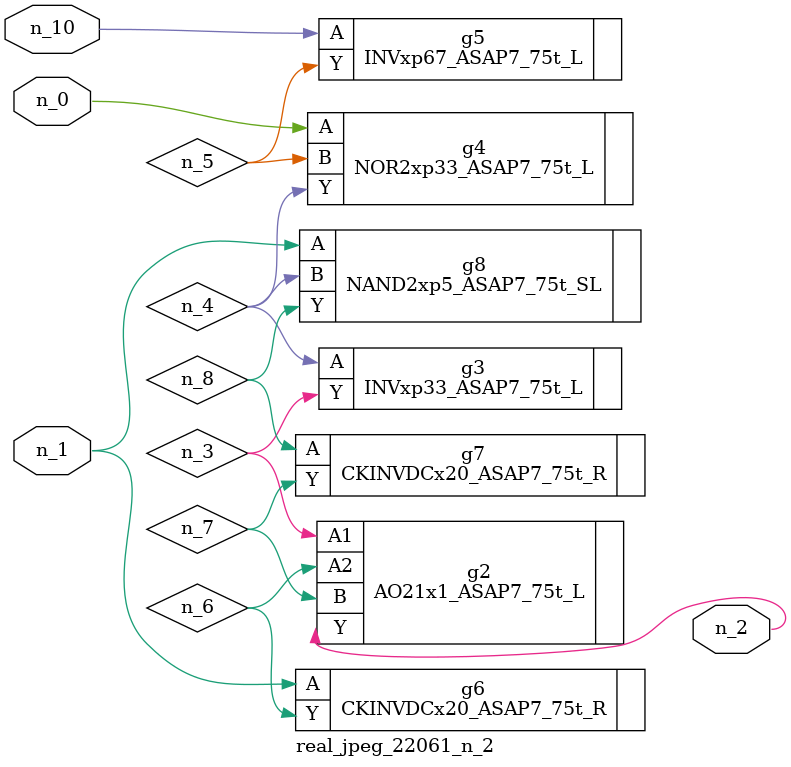
<source format=v>
module real_jpeg_22061_n_2 (n_1, n_10, n_0, n_2);

input n_1;
input n_10;
input n_0;

output n_2;

wire n_5;
wire n_4;
wire n_8;
wire n_6;
wire n_7;
wire n_3;

NOR2xp33_ASAP7_75t_L g4 ( 
.A(n_0),
.B(n_5),
.Y(n_4)
);

CKINVDCx20_ASAP7_75t_R g6 ( 
.A(n_1),
.Y(n_6)
);

NAND2xp5_ASAP7_75t_SL g8 ( 
.A(n_1),
.B(n_4),
.Y(n_8)
);

AO21x1_ASAP7_75t_L g2 ( 
.A1(n_3),
.A2(n_6),
.B(n_7),
.Y(n_2)
);

INVxp33_ASAP7_75t_L g3 ( 
.A(n_4),
.Y(n_3)
);

CKINVDCx20_ASAP7_75t_R g7 ( 
.A(n_8),
.Y(n_7)
);

INVxp67_ASAP7_75t_L g5 ( 
.A(n_10),
.Y(n_5)
);


endmodule
</source>
